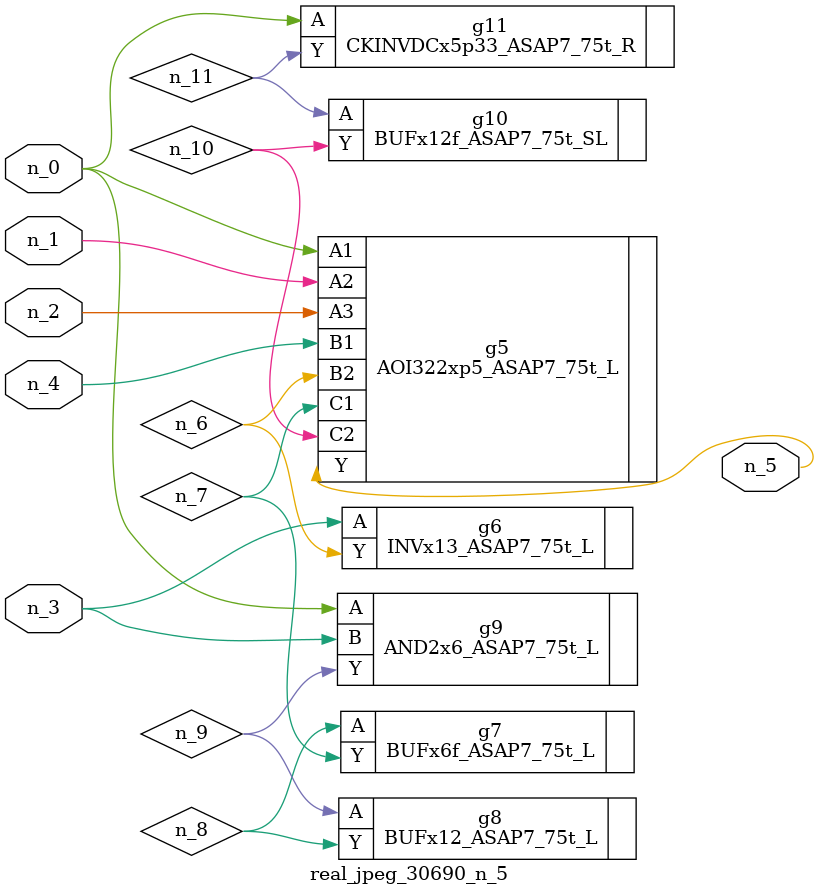
<source format=v>
module real_jpeg_30690_n_5 (n_4, n_0, n_1, n_2, n_3, n_5);

input n_4;
input n_0;
input n_1;
input n_2;
input n_3;

output n_5;

wire n_8;
wire n_11;
wire n_6;
wire n_7;
wire n_10;
wire n_9;

AOI322xp5_ASAP7_75t_L g5 ( 
.A1(n_0),
.A2(n_1),
.A3(n_2),
.B1(n_4),
.B2(n_6),
.C1(n_7),
.C2(n_10),
.Y(n_5)
);

AND2x6_ASAP7_75t_L g9 ( 
.A(n_0),
.B(n_3),
.Y(n_9)
);

CKINVDCx5p33_ASAP7_75t_R g11 ( 
.A(n_0),
.Y(n_11)
);

INVx13_ASAP7_75t_L g6 ( 
.A(n_3),
.Y(n_6)
);

BUFx6f_ASAP7_75t_L g7 ( 
.A(n_8),
.Y(n_7)
);

BUFx12_ASAP7_75t_L g8 ( 
.A(n_9),
.Y(n_8)
);

BUFx12f_ASAP7_75t_SL g10 ( 
.A(n_11),
.Y(n_10)
);


endmodule
</source>
